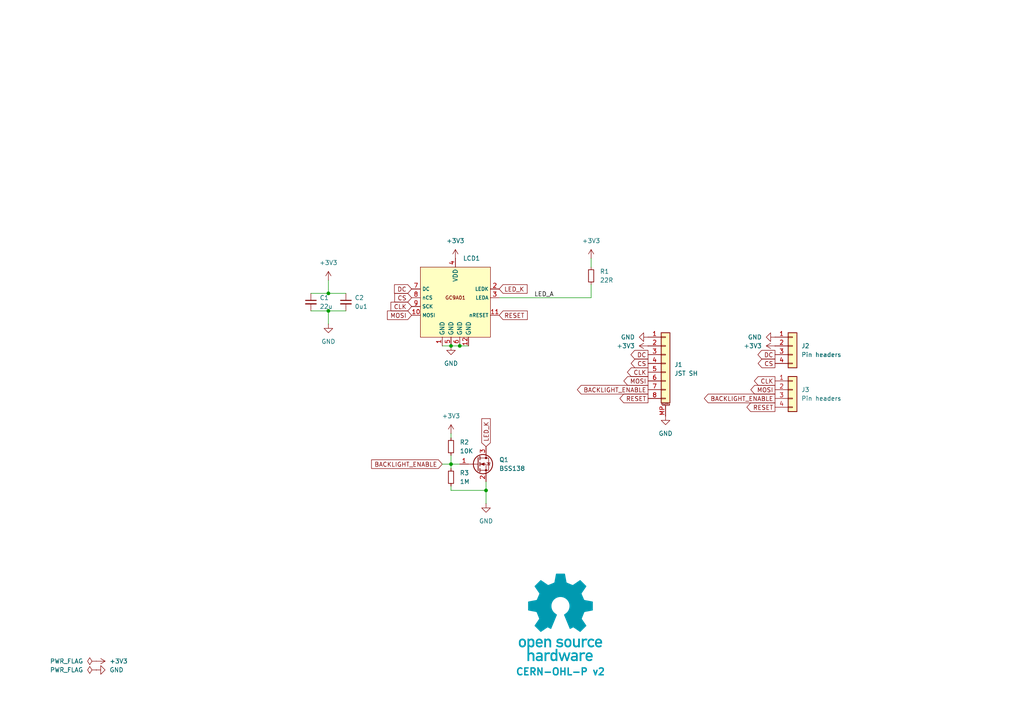
<source format=kicad_sch>
(kicad_sch (version 20231120) (generator "eeschema") (generator_version "8.0")
  (paper "A4")
  (lib_symbols
    (symbol "Connector_Generic:Conn_01x04" (pin_names (offset 1.016) hide)
      (property "Reference" "J" (at 0 5.08 0))
      (property "Value" "Conn_01x04" (at 0 -7.62 0))
      (symbol "Conn_01x04_1_1"
        (rectangle (start -1.27 -4.953) (end 0 -5.207) (stroke (width 0.1524)))
        (rectangle (start -1.27 -2.413) (end 0 -2.667) (stroke (width 0.1524)))
        (rectangle (start -1.27 0.127) (end 0 -0.127) (stroke (width 0.1524)))
        (rectangle (start -1.27 2.667) (end 0 2.413) (stroke (width 0.1524)))
        (rectangle (start -1.27 3.81) (end 1.27 -6.35) (stroke (width 0.254)) (fill (type background)))
        (pin passive line (at -5.08 2.54 0) (length 3.81) (name "Pin_1") (number "1"))
        (pin passive line (at -5.08 0 0) (length 3.81) (name "Pin_2") (number "2"))
        (pin passive line (at -5.08 -2.54 0) (length 3.81) (name "Pin_3") (number "3"))
        (pin passive line (at -5.08 -5.08 0) (length 3.81) (name "Pin_4") (number "4"))
      )
    )
    (symbol "Connector_Generic_MountingPin:Conn_01x08_MountingPin" (pin_names (offset 1.016) hide)
      (property "Reference" "J" (at 0 10.16 0))
      (property "Value" "Conn_01x08_MountingPin" (at 1.27 -12.7 0))
      (symbol "Conn_01x08_MountingPin_1_1"
        (rectangle (start -1.27 -10.033) (end 0 -10.287) (stroke (width 0.1524)))
        (rectangle (start -1.27 -7.493) (end 0 -7.747) (stroke (width 0.1524)))
        (rectangle (start -1.27 -4.953) (end 0 -5.207) (stroke (width 0.1524)))
        (rectangle (start -1.27 -2.413) (end 0 -2.667) (stroke (width 0.1524)))
        (rectangle (start -1.27 0.127) (end 0 -0.127) (stroke (width 0.1524)))
        (rectangle (start -1.27 2.667) (end 0 2.413) (stroke (width 0.1524)))
        (rectangle (start -1.27 5.207) (end 0 4.953) (stroke (width 0.1524)))
        (rectangle (start -1.27 7.747) (end 0 7.493) (stroke (width 0.1524)))
        (rectangle (start -1.27 8.89) (end 1.27 -11.43) (stroke (width 0.254)) (fill (type background)))
        (polyline (pts (xy -1.016 -12.192) (xy 1.016 -12.192)) (stroke (width 0.1524)))
        (text "Mounting" (at 0 -11.811 0) (effects (font (size 0.381 0.381))))
        (pin passive line (at -5.08 7.62 0) (length 3.81) (name "Pin_1") (number "1"))
        (pin passive line (at -5.08 5.08 0) (length 3.81) (name "Pin_2") (number "2"))
        (pin passive line (at -5.08 2.54 0) (length 3.81) (name "Pin_3") (number "3"))
        (pin passive line (at -5.08 0 0) (length 3.81) (name "Pin_4") (number "4"))
        (pin passive line (at -5.08 -2.54 0) (length 3.81) (name "Pin_5") (number "5"))
        (pin passive line (at -5.08 -5.08 0) (length 3.81) (name "Pin_6") (number "6"))
        (pin passive line (at -5.08 -7.62 0) (length 3.81) (name "Pin_7") (number "7"))
        (pin passive line (at -5.08 -10.16 0) (length 3.81) (name "Pin_8") (number "8"))
        (pin passive line (at 0 -15.24 90) (length 3.048) (name "MountPin") (number "MP"))
      )
    )
    (symbol "Device:C_Small" (pin_numbers hide) (pin_names (offset 0.254) hide)
      (property "Reference" "C" (at 0.254 1.778 0))
      (property "Value" "C_Small" (at 0.254 -2.032 0))
      (symbol "C_Small_0_1"
        (polyline (pts (xy -1.524 -0.508) (xy 1.524 -0.508)) (stroke (width 0.3302)))
        (polyline (pts (xy -1.524 0.508) (xy 1.524 0.508)) (stroke (width 0.3048)))
      )
      (symbol "C_Small_1_1"
        (pin passive line (at 0 2.54 270) (length 2.032) (name "~") (number "1"))
        (pin passive line (at 0 -2.54 90) (length 2.032) (name "~") (number "2"))
      )
    )
    (symbol "Device:R_Small" (pin_numbers hide) (pin_names (offset 0.254) hide)
      (property "Reference" "R" (at 0.762 0.508 0))
      (property "Value" "R_Small" (at 0.762 -1.016 0))
      (symbol "R_Small_0_1"
        (rectangle (start -0.762 1.778) (end 0.762 -1.778) (stroke (width 0.2032)))
      )
      (symbol "R_Small_1_1"
        (pin passive line (at 0 2.54 270) (length 0.762) (name "~") (number "1"))
        (pin passive line (at 0 -2.54 90) (length 0.762) (name "~") (number "2"))
      )
    )
    (symbol "Transistor_FET:BSS138" (pin_names hide)
      (property "Reference" "Q" (at 5.08 1.905 0))
      (property "Value" "BSS138" (at 5.08 0 0))
      (symbol "BSS138_0_1"
        (polyline (pts (xy 0.254 0) (xy -2.54 0)))
        (polyline (pts (xy 0.254 1.905) (xy 0.254 -1.905)) (stroke (width 0.254)))
        (polyline (pts (xy 0.762 -1.27) (xy 0.762 -2.286)) (stroke (width 0.254)))
        (polyline (pts (xy 0.762 0.508) (xy 0.762 -0.508)) (stroke (width 0.254)))
        (polyline (pts (xy 0.762 2.286) (xy 0.762 1.27)) (stroke (width 0.254)))
        (polyline (pts (xy 2.54 2.54) (xy 2.54 1.778)))
        (polyline (pts (xy 2.54 -2.54) (xy 2.54 0) (xy 0.762 0)))
        (polyline (pts (xy 0.762 -1.778) (xy 3.302 -1.778) (xy 3.302 1.778) (xy 0.762 1.778)))
        (polyline (pts (xy 1.016 0) (xy 2.032 0.381) (xy 2.032 -0.381) (xy 1.016 0)) (fill (type outline)))
        (polyline (pts (xy 2.794 0.508) (xy 2.921 0.381) (xy 3.683 0.381) (xy 3.81 0.254)))
        (polyline (pts (xy 3.302 0.381) (xy 2.921 -0.254) (xy 3.683 -0.254) (xy 3.302 0.381)))
        (circle (center 1.651 0) (radius 2.794) (stroke (width 0.254)))
        (circle (center 2.54 -1.778) (radius 0.254) (fill (type outline)))
        (circle (center 2.54 1.778) (radius 0.254) (fill (type outline)))
      )
      (symbol "BSS138_1_1"
        (pin input line (at -5.08 0 0) (length 2.54) (name "G") (number "1"))
        (pin passive line (at 2.54 -5.08 90) (length 2.54) (name "S") (number "2"))
        (pin passive line (at 2.54 5.08 270) (length 2.54) (name "D") (number "3"))
      )
    )
    (symbol "modules:LCD-round-1.28in-GC9A01"
      (property "Reference" "LCD" (at 0 3.81 0))
      (symbol "LCD-round-1.28in-GC9A01_1_1"
        (rectangle (start -10.16 10.16) (end 10.16 -10.16) (fill (type background)))
        (text "GC9A01" (at 0 1.27 0) (effects (font (size 1.016 1.016))))
        (pin power_in line (at -3.81 -12.7 90) (length 2.54) (name "GND") (number "1"))
        (pin bidirectional line (at -12.7 -3.81 0) (length 2.54) (name "MOSI") (number "10"))
        (pin input line (at 12.7 -3.81 180) (length 2.54) (name "nRESET") (number "11"))
        (pin passive line (at 3.81 -12.7 90) (length 2.54) (name "GND") (number "12"))
        (pin input line (at 12.7 3.81 180) (length 2.54) (name "LEDK") (number "2"))
        (pin input line (at 12.7 1.27 180) (length 2.54) (name "LEDA") (number "3"))
        (pin power_in line (at 0 12.7 270) (length 2.54) (name "VDD") (number "4"))
        (pin passive line (at -1.27 -12.7 90) (length 2.54) (name "GND") (number "5"))
        (pin passive line (at 1.27 -12.7 90) (length 2.54) (name "GND") (number "6"))
        (pin input line (at -12.7 3.81 0) (length 2.54) (name "DC") (number "7"))
        (pin input line (at -12.7 1.27 0) (length 2.54) (name "nCS") (number "8"))
        (pin input line (at -12.7 -1.27 0) (length 2.54) (name "SCK") (number "9"))
      )
    )
    (symbol "power:GND" (power) (pin_numbers hide) (pin_names (offset 0) hide)
      (property "Value" "GND" (at 0 -3.81 0))
      (symbol "GND_0_1"
        (polyline (pts (xy 0 0) (xy 0 -1.27) (xy 1.27 -1.27) (xy 0 -2.54) (xy -1.27 -1.27) (xy 0 -1.27)))
      )
      (symbol "GND_1_1"
        (pin power_in line (at 0 0 270) (length 0) (name "~") (number "1"))
      )
    )
    (symbol "power:PWR_FLAG" (power) (pin_numbers hide) (pin_names (offset 0) hide)
      (property "Value" "PWR_FLAG" (at 0 3.81 0))
      (symbol "PWR_FLAG_0_0"
        (pin power_out line (at 0 0 90) (length 0) (name "~") (number "1"))
      )
      (symbol "PWR_FLAG_0_1"
        (polyline (pts (xy 0 0) (xy 0 1.27) (xy -1.016 1.905) (xy 0 2.54) (xy 1.016 1.905) (xy 0 1.27)))
      )
    )
    (symbol "power:VCC" (power) (pin_numbers hide) (pin_names (offset 0) hide)
      (property "Value" "VCC" (at 0 3.556 0))
      (symbol "VCC_0_1"
        (polyline (pts (xy -0.762 1.27) (xy 0 2.54)))
        (polyline (pts (xy 0 0) (xy 0 2.54)))
        (polyline (pts (xy 0 2.54) (xy 0.762 1.27)))
      )
      (symbol "VCC_1_1"
        (pin power_in line (at 0 0 90) (length 0) (name "~") (number "1"))
      )
    )
  )
  (junction (at 133.35 100.33))
  (junction (at 130.81 134.62))
  (junction (at 130.81 100.33))
  (junction (at 95.25 85.09))
  (junction (at 140.97 142.24))
  (junction (at 95.25 90.17))
  (wire (pts (xy 130.81 100.33) (xy 133.35 100.33)))
  (wire (pts (xy 95.25 90.17) (xy 100.33 90.17)))
  (wire (pts (xy 140.97 146.05) (xy 140.97 142.24)))
  (wire (pts (xy 90.17 85.09) (xy 95.25 85.09)))
  (wire (pts (xy 128.27 100.33) (xy 130.81 100.33)))
  (wire (pts (xy 171.45 86.36) (xy 171.45 82.55)))
  (wire (pts (xy 90.17 90.17) (xy 95.25 90.17)))
  (wire (pts (xy 130.81 134.62) (xy 130.81 135.89)))
  (wire (pts (xy 128.27 134.62) (xy 130.81 134.62)))
  (wire (pts (xy 171.45 74.93) (xy 171.45 77.47)))
  (wire (pts (xy 130.81 140.97) (xy 130.81 142.24)))
  (wire (pts (xy 130.81 142.24) (xy 140.97 142.24)))
  (wire (pts (xy 144.78 86.36) (xy 171.45 86.36)))
  (wire (pts (xy 95.25 85.09) (xy 100.33 85.09)))
  (wire (pts (xy 130.81 134.62) (xy 133.35 134.62)))
  (wire (pts (xy 130.81 132.08) (xy 130.81 134.62)))
  (wire (pts (xy 140.97 142.24) (xy 140.97 139.7)))
  (wire (pts (xy 95.25 90.17) (xy 95.25 93.98)))
  (wire (pts (xy 95.25 81.28) (xy 95.25 85.09)))
  (wire (pts (xy 133.35 100.33) (xy 135.89 100.33)))
  (wire (pts (xy 130.81 125.73) (xy 130.81 127)))
  (image (at 162.56 179.07) (scale 0.37481))
  (text "CERN-OHL-P v2" (at 162.56 195.072 0) (effects (font (size 2 2) (thickness 0.4) (bold yes))))
  (label "LED_A" (at 154.94 86.36 0))
  (global_label "CLK" (shape output) (at 187.96 107.95 180) (property "Intersheetrefs" "${INTERSHEET_REFS}" (effects (hide yes))))
  (global_label "MOSI" (shape output) (at 224.79 113.03 180) (property "Intersheetrefs" "${INTERSHEET_REFS}" (effects (hide yes))))
  (global_label "RESET" (shape input) (at 144.78 91.44 0) (property "Intersheetrefs" "${INTERSHEET_REFS}" (effects (hide yes))))
  (global_label "CS" (shape input) (at 119.38 86.36 180) (property "Intersheetrefs" "${INTERSHEET_REFS}" (effects (hide yes))))
  (global_label "BACKLIGHT_ENABLE" (shape input) (at 128.27 134.62 180) (property "Intersheetrefs" "${INTERSHEET_REFS}" (effects (hide yes))))
  (global_label "LED_K" (shape input) (at 144.78 83.82 0) (property "Intersheetrefs" "${INTERSHEET_REFS}" (effects (hide yes))))
  (global_label "CLK" (shape input) (at 119.38 88.9 180) (property "Intersheetrefs" "${INTERSHEET_REFS}" (effects (hide yes))))
  (global_label "DC" (shape output) (at 187.96 102.87 180) (property "Intersheetrefs" "${INTERSHEET_REFS}" (effects (hide yes))))
  (global_label "CLK" (shape output) (at 224.79 110.49 180) (property "Intersheetrefs" "${INTERSHEET_REFS}" (effects (hide yes))))
  (global_label "LED_K" (shape input) (at 140.97 129.54 90) (property "Intersheetrefs" "${INTERSHEET_REFS}" (effects (hide yes))))
  (global_label "MOSI" (shape output) (at 187.96 110.49 180) (property "Intersheetrefs" "${INTERSHEET_REFS}" (effects (hide yes))))
  (global_label "DC" (shape output) (at 224.79 102.87 180) (property "Intersheetrefs" "${INTERSHEET_REFS}" (effects (hide yes))))
  (global_label "MOSI" (shape input) (at 119.38 91.44 180) (property "Intersheetrefs" "${INTERSHEET_REFS}" (effects (hide yes))))
  (global_label "CS" (shape output) (at 224.79 105.41 180) (property "Intersheetrefs" "${INTERSHEET_REFS}" (effects (hide yes))))
  (global_label "BACKLIGHT_ENABLE" (shape output) (at 224.79 115.57 180) (property "Intersheetrefs" "${INTERSHEET_REFS}" (effects (hide yes))))
  (global_label "RESET" (shape output) (at 187.96 115.57 180) (property "Intersheetrefs" "${INTERSHEET_REFS}" (effects (hide yes))))
  (global_label "BACKLIGHT_ENABLE" (shape output) (at 187.96 113.03 180) (property "Intersheetrefs" "${INTERSHEET_REFS}" (effects (hide yes))))
  (global_label "CS" (shape output) (at 187.96 105.41 180) (property "Intersheetrefs" "${INTERSHEET_REFS}" (effects (hide yes))))
  (global_label "DC" (shape input) (at 119.38 83.82 180) (property "Intersheetrefs" "${INTERSHEET_REFS}" (effects (hide yes))))
  (global_label "RESET" (shape output) (at 224.79 118.11 180) (property "Intersheetrefs" "${INTERSHEET_REFS}" (effects (hide yes))))
  (symbol (lib_id "power:GND") (at 193.04 120.65 0) (unit 1)
    (property "Reference" "#PWR05" (effects (hide yes)))
    (property "Value" "GND" (at 193.04 125.73 0))
    (property "Description" "Power symbol creates a global label with name \"GND\" , ground" (effects (hide yes)))
  )
  (symbol (lib_id "Device:R_Small") (at 130.81 138.43 0) (unit 1)
    (property "Reference" "R3" (at 133.35 137.1599 0) (effects (justify left)))
    (property "Value" "1M" (at 133.35 139.6999 0) (effects (justify left)))
    (property "Footprint" "custom:R_0603_1608Metric_Pad0.98x0.95mm_HandSolder_simple" (effects (hide yes)))
    (property "Description" "Resistor, small symbol" (effects (hide yes)))
  )
  (symbol (lib_id "power:GND") (at 95.25 93.98 0) (unit 1)
    (property "Reference" "#PWR09" (effects (hide yes)))
    (property "Value" "GND" (at 95.25 99.06 0))
    (property "Description" "Power symbol creates a global label with name \"GND\" , ground" (effects (hide yes)))
  )
  (symbol (lib_id "Device:C_Small") (at 100.33 87.63 0) (unit 1)
    (property "Reference" "C2" (at 102.87 86.3662 0) (effects (justify left)))
    (property "Value" "0u1" (at 102.87 88.9062 0) (effects (justify left)))
    (property "Footprint" "custom:C_0603_1608Metric_Pad1.08x0.95mm_HandSolder" (effects (hide yes)))
    (property "Description" "Unpolarized capacitor, small symbol" (effects (hide yes)))
  )
  (symbol (lib_id "power:VCC") (at 130.81 125.73 0) (unit 1)
    (property "Reference" "#PWR012" (effects (hide yes)))
    (property "Value" "+3V3" (at 130.81 120.65 0))
    (property "Description" "Power symbol creates a global label with name \"VCC\"" (effects (hide yes)))
  )
  (symbol (lib_id "modules:LCD-round-1.28in-GC9A01") (at 132.08 87.63 0) (unit 1)
    (property "Reference" "LCD1" (at 134.2741 74.93 0) (effects (justify left)))
    (property "Value" "GC9A01" (effects (hide yes)))
    (property "Footprint" "modules:GC9A01-screen-connector-pads" (effects (hide yes)))
  )
  (symbol (lib_id "Device:R_Small") (at 171.45 80.01 0) (unit 1)
    (property "Reference" "R1" (at 173.99 78.7399 0) (effects (justify left)))
    (property "Value" "22R" (at 173.99 81.2799 0) (effects (justify left)))
    (property "Footprint" "custom:R_0603_1608Metric_Pad0.98x0.95mm_HandSolder_simple" (effects (hide yes)))
    (property "Description" "Resistor, small symbol" (effects (hide yes)))
  )
  (symbol (lib_id "Connector_Generic:Conn_01x04") (at 229.87 113.03 0) (unit 1)
    (property "Reference" "J3" (at 232.41 113.0299 0) (effects (justify left)))
    (property "Value" "Pin headers" (at 232.41 115.5699 0) (effects (justify left)))
    (property "Footprint" "Connector_PinHeader_2.54mm:PinHeader_1x04_P2.54mm_Vertical_SMD_Pin1Left" (effects (hide yes)))
    (property "Description" "Generic connector, single row, 01x04, script generated (kicad-library-utils/schlib/autogen/connector/)" (effects (hide yes)))
  )
  (symbol (lib_id "power:VCC") (at 27.94 191.77 270) (unit 1)
    (property "Reference" "#PWR01" (effects (hide yes)))
    (property "Value" "+3V3" (at 31.75 191.7699 90) (effects (justify left)))
    (property "Description" "Power symbol creates a global label with name \"VCC\"" (effects (hide yes)))
  )
  (symbol (lib_id "Transistor_FET:BSS138") (at 138.43 134.62 0) (unit 1)
    (property "Reference" "Q1" (at 144.78 133.3499 0) (effects (justify left)))
    (property "Value" "BSS138" (at 144.78 135.8899 0) (effects (justify left)))
    (property "Footprint" "custom:SOT-23_simple" (effects (hide yes)))
    (property "Datasheet" "https://www.onsemi.com/pub/Collateral/BSS138-D.PDF" (effects (hide yes)))
    (property "Description" "50V Vds, 0.22A Id, N-Channel MOSFET, SOT-23" (effects (hide yes)))
  )
  (symbol (lib_id "power:GND") (at 27.94 194.31 90) (unit 1)
    (property "Reference" "#PWR02" (effects (hide yes)))
    (property "Value" "GND" (at 31.75 194.3099 90) (effects (justify right)))
    (property "Description" "Power symbol creates a global label with name \"GND\" , ground" (effects (hide yes)))
  )
  (symbol (lib_id "power:VCC") (at 187.96 100.33 90) (unit 1)
    (property "Reference" "#PWR07" (effects (hide yes)))
    (property "Value" "+3V3" (at 184.15 100.3299 90) (effects (justify left)))
    (property "Description" "Power symbol creates a global label with name \"VCC\"" (effects (hide yes)))
  )
  (symbol (lib_id "power:GND") (at 140.97 146.05 0) (unit 1)
    (property "Reference" "#PWR011" (effects (hide yes)))
    (property "Value" "GND" (at 140.97 151.13 0))
    (property "Description" "Power symbol creates a global label with name \"GND\" , ground" (effects (hide yes)))
  )
  (symbol (lib_id "power:VCC") (at 224.79 100.33 90) (unit 1)
    (property "Reference" "#PWR014" (effects (hide yes)))
    (property "Value" "+3V3" (at 220.98 100.3299 90) (effects (justify left)))
    (property "Description" "Power symbol creates a global label with name \"VCC\"" (effects (hide yes)))
  )
  (symbol (lib_id "power:VCC") (at 171.45 74.93 0) (unit 1)
    (property "Reference" "#PWR010" (effects (hide yes)))
    (property "Value" "+3V3" (at 171.45 69.85 0))
    (property "Description" "Power symbol creates a global label with name \"VCC\"" (effects (hide yes)))
  )
  (symbol (lib_id "Connector_Generic_MountingPin:Conn_01x08_MountingPin") (at 193.04 105.41 0) (unit 1)
    (property "Reference" "J1" (at 195.58 105.7655 0) (effects (justify left)))
    (property "Value" "JST SH" (at 195.58 108.3055 0) (effects (justify left)))
    (property "Footprint" "custom:JST_SH_SM08B-SRSS-TB_1x08-1MP_P1.00mm_Horizontal" (effects (hide yes)))
    (property "Description" "Generic connectable mounting pin connector, single row, 01x08, script generated (kicad-library-utils/schlib/autogen/connector/)" (effects (hide yes)))
  )
  (symbol (lib_id "power:PWR_FLAG") (at 27.94 191.77 90) (unit 1)
    (property "Reference" "#FLG01" (effects (hide yes)))
    (property "Value" "PWR_FLAG" (at 24.13 191.7699 90) (effects (justify left)))
    (property "Description" "Special symbol for telling ERC where power comes from" (effects (hide yes)))
  )
  (symbol (lib_id "power:GND") (at 187.96 97.79 270) (unit 1)
    (property "Reference" "#PWR08" (effects (hide yes)))
    (property "Value" "GND" (at 184.15 97.7899 90) (effects (justify right)))
    (property "Description" "Power symbol creates a global label with name \"GND\" , ground" (effects (hide yes)))
  )
  (symbol (lib_id "Device:R_Small") (at 130.81 129.54 0) (unit 1)
    (property "Reference" "R2" (at 133.35 128.2699 0) (effects (justify left)))
    (property "Value" "10K" (at 133.35 130.8099 0) (effects (justify left)))
    (property "Footprint" "custom:R_0603_1608Metric_Pad0.98x0.95mm_HandSolder_simple" (effects (hide yes)))
    (property "Description" "Resistor, small symbol" (effects (hide yes)))
  )
  (symbol (lib_id "Connector_Generic:Conn_01x04") (at 229.87 100.33 0) (unit 1)
    (property "Reference" "J2" (at 232.41 100.3299 0) (effects (justify left)))
    (property "Value" "Pin headers" (at 232.41 102.8699 0) (effects (justify left)))
    (property "Footprint" "Connector_PinHeader_2.54mm:PinHeader_1x04_P2.54mm_Vertical_SMD_Pin1Right" (effects (hide yes)))
    (property "Description" "Generic connector, single row, 01x04, script generated (kicad-library-utils/schlib/autogen/connector/)" (effects (hide yes)))
  )
  (symbol (lib_id "power:GND") (at 130.81 100.33 0) (unit 1)
    (property "Reference" "#PWR03" (effects (hide yes)))
    (property "Value" "GND" (at 130.81 105.41 0))
    (property "Description" "Power symbol creates a global label with name \"GND\" , ground" (effects (hide yes)))
  )
  (symbol (lib_id "power:PWR_FLAG") (at 27.94 194.31 90) (unit 1)
    (property "Reference" "#FLG02" (effects (hide yes)))
    (property "Value" "PWR_FLAG" (at 24.13 194.3099 90) (effects (justify left)))
    (property "Description" "Special symbol for telling ERC where power comes from" (effects (hide yes)))
  )
  (symbol (lib_id "power:VCC") (at 95.25 81.28 0) (unit 1)
    (property "Reference" "#PWR06" (effects (hide yes)))
    (property "Value" "+3V3" (at 95.25 76.2 0))
    (property "Description" "Power symbol creates a global label with name \"VCC\"" (effects (hide yes)))
  )
  (symbol (lib_id "Device:C_Small") (at 90.17 87.63 0) (unit 1)
    (property "Reference" "C1" (at 92.71 86.3662 0) (effects (justify left)))
    (property "Value" "22u" (at 92.71 88.9062 0) (effects (justify left)))
    (property "Footprint" "custom:C_0603_1608Metric_Pad1.08x0.95mm_HandSolder" (effects (hide yes)))
    (property "Description" "Unpolarized capacitor, small symbol" (effects (hide yes)))
  )
  (symbol (lib_id "power:VCC") (at 132.08 74.93 0) (unit 1)
    (property "Reference" "#PWR04" (effects (hide yes)))
    (property "Value" "+3V3" (at 132.08 69.85 0))
    (property "Description" "Power symbol creates a global label with name \"VCC\"" (effects (hide yes)))
  )
  (symbol (lib_id "power:GND") (at 224.79 97.79 270) (unit 1)
    (property "Reference" "#PWR013" (effects (hide yes)))
    (property "Value" "GND" (at 220.98 97.7899 90) (effects (justify right)))
    (property "Description" "Power symbol creates a global label with name \"GND\" , ground" (effects (hide yes)))
  )
)
</source>
